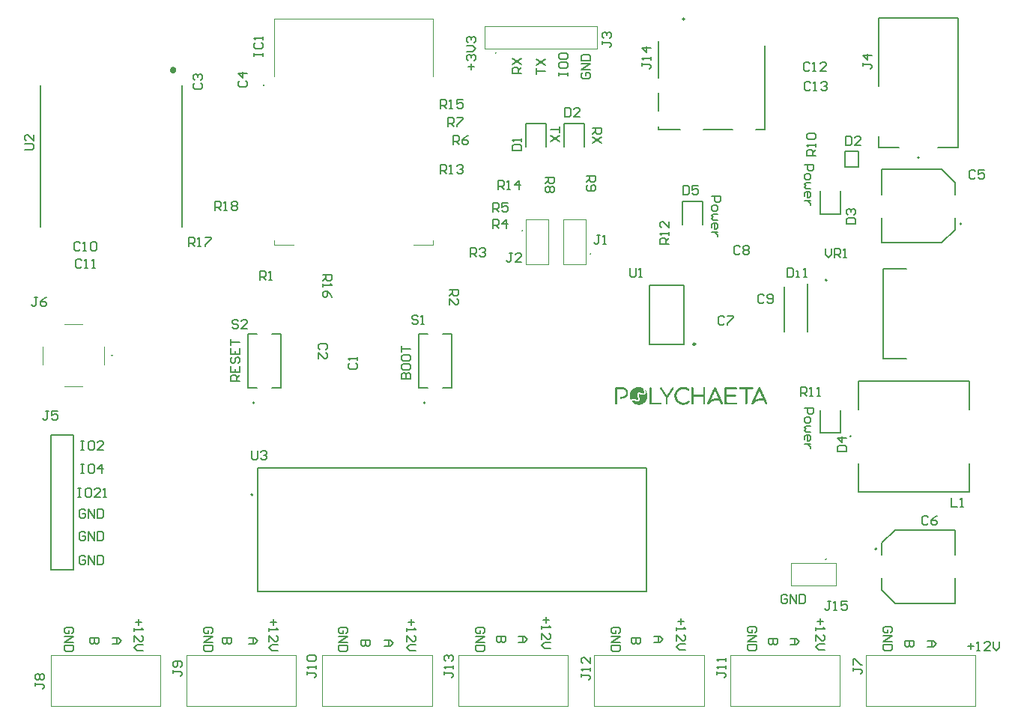
<source format=gto>
G04*
G04 #@! TF.GenerationSoftware,Altium Limited,Altium Designer,22.5.1 (42)*
G04*
G04 Layer_Color=65535*
%FSLAX44Y44*%
%MOMM*%
G71*
G04*
G04 #@! TF.SameCoordinates,9DAFF6D1-3FFA-4798-8E4B-9BBE38542115*
G04*
G04*
G04 #@! TF.FilePolarity,Positive*
G04*
G01*
G75*
%ADD10C,0.2000*%
%ADD11C,0.1524*%
%ADD12C,0.1000*%
%ADD13C,0.2500*%
%ADD14C,0.1270*%
%ADD15C,0.1530*%
G36*
X178200Y740500D02*
X174278D01*
Y745615D01*
X178200D01*
Y740500D01*
D02*
G37*
G36*
X703799Y384462D02*
X704985D01*
Y384225D01*
X705697D01*
Y383987D01*
X706408D01*
Y383750D01*
X706883D01*
Y383513D01*
X707358D01*
Y383275D01*
X707595D01*
Y381852D01*
X707832D01*
Y381140D01*
X708069D01*
Y380428D01*
X708307D01*
Y379716D01*
X708544D01*
Y378767D01*
X708781D01*
Y378055D01*
X708544D01*
Y377581D01*
X708069D01*
Y377344D01*
X707120D01*
Y377581D01*
X706171D01*
Y377818D01*
X705459D01*
Y378055D01*
X704748D01*
Y378293D01*
X701900D01*
Y378055D01*
X701663D01*
Y377818D01*
X701426D01*
Y377581D01*
X701189D01*
Y377344D01*
X700951D01*
Y376869D01*
X700714D01*
Y374496D01*
X700951D01*
Y373785D01*
X701189D01*
Y373073D01*
X701426D01*
Y372361D01*
X701663D01*
Y370463D01*
X701189D01*
Y370225D01*
X700002D01*
Y370463D01*
X699053D01*
Y370700D01*
X698578D01*
Y370937D01*
X697629D01*
Y371175D01*
X695257D01*
Y370937D01*
X694782D01*
Y370700D01*
X694545D01*
Y370463D01*
X694308D01*
Y370225D01*
X694070D01*
Y369988D01*
X693833D01*
Y369514D01*
X693596D01*
Y369751D01*
X693359D01*
Y370225D01*
X693121D01*
Y370700D01*
X692884D01*
Y371412D01*
X692647D01*
Y372361D01*
X692410D01*
Y376632D01*
X692647D01*
Y377581D01*
X692884D01*
Y378293D01*
X693121D01*
Y378767D01*
X693359D01*
Y379479D01*
X693596D01*
Y379716D01*
X693833D01*
Y380191D01*
X694070D01*
Y380428D01*
X694308D01*
Y380903D01*
X694545D01*
Y381140D01*
X694782D01*
Y381377D01*
X695020D01*
Y381614D01*
X695257D01*
Y381852D01*
X695494D01*
Y382089D01*
X695731D01*
Y382326D01*
X695968D01*
Y382564D01*
X696206D01*
Y382801D01*
X696680D01*
Y383038D01*
X696918D01*
Y383275D01*
X697392D01*
Y383513D01*
X697867D01*
Y383750D01*
X698341D01*
Y383987D01*
X699053D01*
Y384225D01*
X699528D01*
Y384462D01*
X700951D01*
Y384699D01*
X703799D01*
Y384462D01*
D02*
G37*
G36*
X709968Y380903D02*
X710205D01*
Y380665D01*
X710442D01*
Y380191D01*
X710679D01*
Y379954D01*
X710917D01*
Y379716D01*
X711154D01*
Y379005D01*
X711391D01*
Y378767D01*
X711628D01*
Y378055D01*
X711866D01*
Y377581D01*
X712103D01*
Y376632D01*
X712340D01*
Y372361D01*
X712103D01*
Y371649D01*
X711866D01*
Y370937D01*
X711628D01*
Y370463D01*
X711391D01*
Y369988D01*
X711154D01*
Y369514D01*
X710917D01*
Y369039D01*
X710679D01*
Y368802D01*
X710442D01*
Y368565D01*
X710205D01*
Y368327D01*
X709968D01*
Y367853D01*
X709730D01*
Y367616D01*
X709493D01*
Y367378D01*
X709256D01*
Y367141D01*
X709018D01*
Y366904D01*
X708781D01*
Y366666D01*
X708307D01*
Y366429D01*
X708069D01*
Y366192D01*
X707595D01*
Y365955D01*
X707358D01*
Y365717D01*
X706646D01*
Y365480D01*
X706171D01*
Y365243D01*
X705697D01*
Y365005D01*
X704748D01*
Y364768D01*
X704036D01*
Y364531D01*
X700951D01*
Y364768D01*
X699765D01*
Y365005D01*
X699053D01*
Y365243D01*
X698578D01*
Y365480D01*
X698104D01*
Y365717D01*
X697629D01*
Y365955D01*
X697155D01*
Y366192D01*
X696680D01*
Y366429D01*
X696443D01*
Y366666D01*
X696206D01*
Y366904D01*
X695968D01*
Y367141D01*
X695731D01*
Y367616D01*
X695494D01*
Y369276D01*
X695731D01*
Y369514D01*
X696918D01*
Y369276D01*
X697629D01*
Y369039D01*
X698578D01*
Y368802D01*
X699528D01*
Y368565D01*
X701900D01*
Y368802D01*
X702375D01*
Y369039D01*
X702612D01*
Y369276D01*
X702849D01*
Y369514D01*
X703087D01*
Y369751D01*
X703324D01*
Y370463D01*
X703561D01*
Y372124D01*
X703324D01*
Y373073D01*
X703087D01*
Y373547D01*
X702849D01*
Y374259D01*
X702612D01*
Y374496D01*
Y374734D01*
Y375208D01*
X702375D01*
Y376395D01*
X702849D01*
Y376632D01*
X703799D01*
Y376395D01*
X704985D01*
Y376157D01*
X705697D01*
Y375920D01*
X706646D01*
Y375683D01*
X708544D01*
Y375920D01*
X709256D01*
Y376157D01*
X709493D01*
Y376395D01*
X709730D01*
Y376632D01*
X709968D01*
Y376869D01*
X710205D01*
Y377581D01*
X710442D01*
Y379242D01*
X710205D01*
Y380191D01*
X709968D01*
Y380665D01*
X709730D01*
Y381140D01*
X709968D01*
Y380903D01*
D02*
G37*
G36*
X741525Y383987D02*
X741762D01*
Y383750D01*
X741999D01*
Y383275D01*
X742236D01*
Y382801D01*
X741999D01*
Y382326D01*
X741762D01*
Y382089D01*
X741525D01*
Y381614D01*
X741287D01*
Y381377D01*
X741050D01*
Y380903D01*
X740813D01*
Y380665D01*
X740576D01*
Y380191D01*
X740338D01*
Y379954D01*
X740101D01*
Y379479D01*
X739864D01*
Y379242D01*
X739626D01*
Y378767D01*
X739389D01*
Y378530D01*
X739152D01*
Y378055D01*
X738915D01*
Y377581D01*
X738677D01*
Y377344D01*
X738440D01*
Y377106D01*
X738203D01*
Y376632D01*
X737966D01*
Y376395D01*
X737728D01*
Y375920D01*
X737491D01*
Y375683D01*
X737254D01*
Y375208D01*
X737017D01*
Y374971D01*
X736779D01*
Y374496D01*
X736542D01*
Y374259D01*
X736305D01*
Y373785D01*
X736067D01*
Y373547D01*
X735830D01*
Y373073D01*
X735593D01*
Y372836D01*
X735356D01*
Y365480D01*
X735118D01*
Y365243D01*
X734881D01*
Y365005D01*
X733695D01*
Y365480D01*
X733457D01*
Y365717D01*
X733220D01*
Y373073D01*
X732983D01*
Y373310D01*
X732746D01*
Y373785D01*
X732508D01*
Y374259D01*
X732034D01*
Y374734D01*
X731796D01*
Y374971D01*
X731559D01*
Y375446D01*
X731322D01*
Y375683D01*
X731085D01*
Y376157D01*
X730847D01*
Y376632D01*
X730610D01*
Y376869D01*
X730373D01*
Y377344D01*
X730136D01*
Y377581D01*
X729898D01*
Y378055D01*
X729661D01*
Y378293D01*
X729424D01*
Y378767D01*
X729187D01*
Y379242D01*
X728949D01*
Y379479D01*
X728712D01*
Y379954D01*
X728475D01*
Y380191D01*
X728238D01*
Y380428D01*
X728000D01*
Y380903D01*
X727763D01*
Y381140D01*
X727526D01*
Y381614D01*
X727288D01*
Y381852D01*
X727051D01*
Y382326D01*
X726814D01*
Y382801D01*
X726577D01*
Y383275D01*
X726814D01*
Y383750D01*
X727051D01*
Y383987D01*
X727288D01*
Y384225D01*
X728000D01*
Y383987D01*
X728475D01*
Y383513D01*
X728712D01*
Y383275D01*
X728949D01*
Y382801D01*
X729187D01*
Y382564D01*
X729424D01*
Y382326D01*
X729661D01*
Y381852D01*
X729898D01*
Y381614D01*
X730136D01*
Y381140D01*
X730373D01*
Y380903D01*
X730610D01*
Y380428D01*
X730847D01*
Y380191D01*
X731085D01*
Y379716D01*
X731322D01*
Y379479D01*
X731559D01*
Y379005D01*
X731796D01*
Y378767D01*
X732034D01*
Y378293D01*
X732271D01*
Y378055D01*
Y377818D01*
X732508D01*
Y377581D01*
X732746D01*
Y377106D01*
X732983D01*
Y376869D01*
X733220D01*
Y376395D01*
X733457D01*
Y376157D01*
X733695D01*
Y375683D01*
X733932D01*
Y375446D01*
X734169D01*
Y375208D01*
X734644D01*
Y375683D01*
X734881D01*
Y375920D01*
X735118D01*
Y376395D01*
X735356D01*
Y376632D01*
X735593D01*
Y377106D01*
X735830D01*
Y377344D01*
X736067D01*
Y377818D01*
X736305D01*
Y378055D01*
X736542D01*
Y378530D01*
X736779D01*
Y378767D01*
X737017D01*
Y379005D01*
X737254D01*
Y379479D01*
X737491D01*
Y379716D01*
X737728D01*
Y380191D01*
X737966D01*
Y380665D01*
X738203D01*
Y380903D01*
X738440D01*
Y381377D01*
X738677D01*
Y381614D01*
X738915D01*
Y382089D01*
X739152D01*
Y382326D01*
X739389D01*
Y382564D01*
X739626D01*
Y383038D01*
X739864D01*
Y383275D01*
X740101D01*
Y383750D01*
X740338D01*
Y383987D01*
X740576D01*
Y384225D01*
X741525D01*
Y383987D01*
D02*
G37*
G36*
X685529D02*
X686240D01*
Y383750D01*
X686952D01*
Y383513D01*
X687189D01*
Y383275D01*
X687901D01*
Y383038D01*
X688139D01*
Y382801D01*
X688376D01*
Y382564D01*
X688613D01*
Y382326D01*
X688850D01*
Y382089D01*
X689088D01*
Y381614D01*
X689325D01*
Y381377D01*
X689562D01*
Y380903D01*
X689799D01*
Y380428D01*
X690037D01*
Y379716D01*
X690274D01*
Y376157D01*
X690037D01*
Y375208D01*
X689799D01*
Y374734D01*
X689562D01*
Y374259D01*
X689325D01*
Y374022D01*
X689088D01*
Y373785D01*
X688850D01*
Y373547D01*
X688613D01*
Y373310D01*
X688376D01*
Y373073D01*
X688139D01*
Y372836D01*
X687664D01*
Y372598D01*
X687189D01*
Y372361D01*
X686715D01*
Y372124D01*
X686240D01*
Y371886D01*
X685054D01*
Y371649D01*
X683393D01*
Y371412D01*
X681970D01*
Y371649D01*
X681732D01*
Y371886D01*
X681258D01*
Y373073D01*
X681495D01*
Y373310D01*
X681732D01*
Y373547D01*
X681970D01*
Y373785D01*
X684579D01*
Y374022D01*
X685529D01*
Y374259D01*
X686240D01*
Y374496D01*
X686715D01*
Y374734D01*
X686952D01*
Y374971D01*
X687189D01*
Y375208D01*
X687427D01*
Y375446D01*
X687664D01*
Y375920D01*
X687901D01*
Y376395D01*
X688139D01*
Y377344D01*
X688376D01*
Y377581D01*
X688139D01*
Y379242D01*
X687901D01*
Y379954D01*
X687664D01*
Y380428D01*
X687427D01*
Y380665D01*
X687189D01*
Y380903D01*
X686952D01*
Y381140D01*
X686715D01*
Y381377D01*
X686240D01*
Y381614D01*
X686003D01*
Y381852D01*
X685766D01*
Y381614D01*
X685529D01*
Y381852D01*
X683868D01*
Y382089D01*
X679122D01*
Y381852D01*
X678885D01*
Y382089D01*
X678410D01*
Y381852D01*
X678173D01*
Y365480D01*
X677936D01*
Y365243D01*
X677699D01*
Y365005D01*
X676512D01*
Y365243D01*
X676275D01*
Y365480D01*
X676038D01*
Y383513D01*
X676275D01*
Y383750D01*
X676512D01*
Y383987D01*
X676749D01*
Y384225D01*
X685529D01*
Y383987D01*
D02*
G37*
G36*
X716137D02*
X716611D01*
Y383750D01*
X716848D01*
Y368090D01*
X717086D01*
Y367616D01*
X716848D01*
Y367378D01*
X717086D01*
Y367141D01*
X727051D01*
Y366904D01*
X727288D01*
Y366666D01*
X727526D01*
Y366429D01*
X727763D01*
Y365480D01*
X727526D01*
Y365243D01*
X727288D01*
Y365005D01*
X715188D01*
Y365243D01*
X714950D01*
Y365717D01*
X714713D01*
Y365955D01*
X714950D01*
Y366192D01*
X714713D01*
Y383513D01*
X714950D01*
Y383750D01*
X715188D01*
Y383987D01*
X715425D01*
Y384225D01*
X716137D01*
Y383987D01*
D02*
G37*
G36*
X758134Y380428D02*
Y380665D01*
X757422D01*
Y380903D01*
X757185D01*
Y381140D01*
X756710D01*
Y381377D01*
X756236D01*
Y381614D01*
X755761D01*
Y381852D01*
X755049D01*
Y382089D01*
X753625D01*
Y382326D01*
X752439D01*
Y382089D01*
X751015D01*
Y381852D01*
X750304D01*
Y381614D01*
X749829D01*
Y381377D01*
X749355D01*
Y381140D01*
X748880D01*
Y380903D01*
X748643D01*
Y380665D01*
X748168D01*
Y380428D01*
X747931D01*
Y380191D01*
X747694D01*
Y379954D01*
X747457D01*
Y379716D01*
X747219D01*
Y379479D01*
X746982D01*
Y379242D01*
X746745D01*
Y378767D01*
X746507D01*
Y378530D01*
X746270D01*
Y378055D01*
X746033D01*
Y377581D01*
X745796D01*
Y376869D01*
X745558D01*
Y375920D01*
X745321D01*
Y373310D01*
X745558D01*
Y372361D01*
X745796D01*
Y371649D01*
X746033D01*
Y371175D01*
X746270D01*
Y370700D01*
X746507D01*
Y370463D01*
X746745D01*
Y369988D01*
X746982D01*
Y369751D01*
X747219D01*
Y369514D01*
X747457D01*
Y369276D01*
X747694D01*
Y369039D01*
X747931D01*
Y368802D01*
X748168D01*
Y368565D01*
X748406D01*
Y368327D01*
X748880D01*
Y368090D01*
X749117D01*
Y367853D01*
X749592D01*
Y367616D01*
X750304D01*
Y367378D01*
X750778D01*
Y367141D01*
X751965D01*
Y366904D01*
X754100D01*
Y367141D01*
X755286D01*
Y367378D01*
X755998D01*
Y367616D01*
X756473D01*
Y367853D01*
X756710D01*
Y368090D01*
X757185D01*
Y368327D01*
X757422D01*
Y368565D01*
X757896D01*
Y368802D01*
X758371D01*
Y369039D01*
X759083D01*
Y368802D01*
X759557D01*
Y368565D01*
X759795D01*
Y368090D01*
X760032D01*
Y367378D01*
X759795D01*
Y366904D01*
X759557D01*
Y366666D01*
X759083D01*
Y366429D01*
X758846D01*
Y366192D01*
X758608D01*
Y365955D01*
X758134D01*
Y365717D01*
X757659D01*
Y365480D01*
X757185D01*
Y365243D01*
X756473D01*
Y365005D01*
X755998D01*
Y364768D01*
X754812D01*
Y364531D01*
X751253D01*
Y364768D01*
X750066D01*
Y365005D01*
X749355D01*
Y365243D01*
X748880D01*
Y365480D01*
X748406D01*
Y365717D01*
X747931D01*
Y365955D01*
X747457D01*
Y366192D01*
X747219D01*
Y366429D01*
X746745D01*
Y366666D01*
X746507D01*
Y366904D01*
X746270D01*
Y367141D01*
X746033D01*
Y367378D01*
X745796D01*
Y367616D01*
X745558D01*
Y367853D01*
X745321D01*
Y368090D01*
X745084D01*
Y368327D01*
X744846D01*
Y368802D01*
X744609D01*
Y369039D01*
X744372D01*
Y369514D01*
X744135D01*
Y369751D01*
X743897D01*
Y370225D01*
X743660D01*
Y370937D01*
X743423D01*
Y371412D01*
X743186D01*
Y372361D01*
X742948D01*
Y373785D01*
X742711D01*
Y375683D01*
X742948D01*
Y376869D01*
X743186D01*
Y377818D01*
X743423D01*
Y378293D01*
X743660D01*
Y379005D01*
X743897D01*
Y379479D01*
X744135D01*
Y379716D01*
X744372D01*
Y380191D01*
X744609D01*
Y380428D01*
X744846D01*
Y380903D01*
X745084D01*
Y381140D01*
X745321D01*
Y381377D01*
X745558D01*
Y381614D01*
X745796D01*
Y381852D01*
X746033D01*
Y382089D01*
X746270D01*
Y382326D01*
X746507D01*
Y382564D01*
X746982D01*
Y382801D01*
X747219D01*
Y383038D01*
X747694D01*
Y383275D01*
X747931D01*
Y383513D01*
X748406D01*
Y383750D01*
X748880D01*
Y383987D01*
X749592D01*
Y384225D01*
X750304D01*
Y384462D01*
X751253D01*
Y384699D01*
X754812D01*
Y384462D01*
X755998D01*
Y384225D01*
X756710D01*
Y383987D01*
X757185D01*
Y383750D01*
X757659D01*
Y383513D01*
X758134D01*
Y383275D01*
X758608D01*
Y383038D01*
X758846D01*
Y382801D01*
X759083D01*
Y382564D01*
X759320D01*
Y382326D01*
X759557D01*
Y380903D01*
X759320D01*
Y380665D01*
X758846D01*
Y380428D01*
X758371D01*
X758134D01*
D02*
G37*
G36*
X761930Y376869D02*
Y383750D01*
X762167D01*
Y383987D01*
X762405D01*
Y384225D01*
X763116D01*
Y384462D01*
X763354D01*
Y384225D01*
X763828D01*
Y383987D01*
X764065D01*
Y383750D01*
X764303D01*
Y383513D01*
X764540D01*
Y375920D01*
X774980D01*
Y376157D01*
X775217D01*
Y383750D01*
X775454D01*
Y383987D01*
X775692D01*
Y384225D01*
X776404D01*
Y384462D01*
X776641D01*
Y384225D01*
X777115D01*
Y383987D01*
X777353D01*
Y383750D01*
X777590D01*
Y365480D01*
X777353D01*
Y365005D01*
X776878D01*
Y364768D01*
X775929D01*
Y365005D01*
X775454D01*
Y365480D01*
X775217D01*
Y373547D01*
X764540D01*
Y365717D01*
X764303D01*
Y365243D01*
X764065D01*
Y365005D01*
X763828D01*
Y364768D01*
X762642D01*
Y365005D01*
X762405D01*
Y365243D01*
X762167D01*
Y365480D01*
X761930D01*
Y376632D01*
Y376869D01*
D02*
G37*
G36*
X789454Y383987D02*
X789691D01*
Y383750D01*
X789928D01*
Y383275D01*
X790165D01*
Y382564D01*
X790403D01*
Y382089D01*
X790640D01*
Y381614D01*
X790877D01*
Y381140D01*
X791114D01*
Y380665D01*
X791352D01*
Y379954D01*
X791589D01*
Y379479D01*
X791826D01*
Y379005D01*
X792064D01*
Y378530D01*
X792301D01*
Y378055D01*
X792538D01*
Y377344D01*
X792775D01*
Y376869D01*
X793013D01*
Y376395D01*
X793250D01*
Y375920D01*
X793487D01*
Y375446D01*
X793724D01*
Y374971D01*
X793962D01*
Y374259D01*
X794199D01*
Y373785D01*
X794436D01*
Y373310D01*
X794673D01*
Y372836D01*
X794911D01*
Y372361D01*
X795148D01*
Y371649D01*
X795385D01*
Y371175D01*
X795623D01*
Y370700D01*
X795860D01*
Y370225D01*
X796097D01*
Y369514D01*
X796334D01*
Y369039D01*
X796572D01*
Y368565D01*
X796809D01*
Y368090D01*
X797046D01*
Y367378D01*
X797283D01*
Y366904D01*
X797521D01*
Y366429D01*
X797758D01*
Y365717D01*
X797521D01*
Y365243D01*
X797283D01*
Y365005D01*
X797046D01*
Y364768D01*
X795860D01*
Y365005D01*
X795623D01*
Y365243D01*
X795385D01*
Y365480D01*
X795148D01*
Y366192D01*
X794911D01*
Y366666D01*
X794673D01*
Y367141D01*
X794436D01*
Y367616D01*
X794199D01*
Y368090D01*
X793962D01*
Y368802D01*
X793724D01*
Y369276D01*
X793013D01*
Y369514D01*
X788979D01*
Y369276D01*
X787793D01*
Y369039D01*
X787318D01*
Y368802D01*
X786606D01*
Y368565D01*
X786132D01*
Y368327D01*
X785657D01*
Y368090D01*
X785183D01*
Y367853D01*
X784708D01*
Y367616D01*
X784471D01*
Y367378D01*
X783996D01*
Y367141D01*
X783759D01*
Y366904D01*
X783522D01*
Y366666D01*
X783047D01*
Y366429D01*
X782810D01*
Y366192D01*
X782573D01*
Y365955D01*
X782335D01*
Y365717D01*
X782098D01*
Y365480D01*
X781624D01*
Y365243D01*
X781386D01*
Y365005D01*
X781149D01*
Y364768D01*
X779963D01*
Y365005D01*
X779725D01*
Y365243D01*
X779488D01*
Y366429D01*
X779725D01*
Y366904D01*
X779963D01*
Y367378D01*
X780200D01*
Y367853D01*
X780437D01*
Y368327D01*
X780675D01*
Y368802D01*
X780912D01*
Y369514D01*
X781149D01*
Y369988D01*
X781386D01*
Y370463D01*
X781624D01*
Y370937D01*
X781861D01*
Y371412D01*
X782098D01*
Y371886D01*
X782335D01*
Y372361D01*
X782573D01*
Y373073D01*
X782810D01*
Y373547D01*
X783047D01*
Y374022D01*
X783285D01*
Y374496D01*
X783522D01*
Y375208D01*
X783759D01*
Y375683D01*
X783996D01*
Y376157D01*
X784233D01*
Y376632D01*
X784471D01*
Y377106D01*
X784708D01*
Y377581D01*
X784945D01*
Y378293D01*
X785183D01*
Y378767D01*
X785420D01*
Y379242D01*
X785657D01*
Y379716D01*
X785894D01*
Y380191D01*
X786132D01*
Y380903D01*
X786369D01*
Y381377D01*
X786606D01*
Y381852D01*
X786843D01*
Y382326D01*
X787081D01*
Y382801D01*
X787318D01*
Y383275D01*
X787555D01*
Y383750D01*
X787793D01*
Y383987D01*
X788030D01*
Y384225D01*
X789454D01*
Y383987D01*
D02*
G37*
G36*
X812469Y384225D02*
X813181D01*
Y383987D01*
X813418D01*
Y383750D01*
X813655D01*
Y382564D01*
X813418D01*
Y382089D01*
X812943D01*
Y381852D01*
X802029D01*
Y375920D01*
X811520D01*
Y375683D01*
X811994D01*
Y375446D01*
X812232D01*
Y375208D01*
X812469D01*
Y374022D01*
X812232D01*
Y373785D01*
X811994D01*
Y373547D01*
X811757D01*
Y373310D01*
X802029D01*
Y367378D01*
X802266D01*
Y367141D01*
X813418D01*
Y366904D01*
X813655D01*
Y366666D01*
X813893D01*
Y365243D01*
X813655D01*
Y365005D01*
X813181D01*
Y364768D01*
X800368D01*
Y365005D01*
X799893D01*
Y365243D01*
X799656D01*
Y365955D01*
X799419D01*
Y383275D01*
X799656D01*
Y383750D01*
X799893D01*
Y383987D01*
X800131D01*
Y384225D01*
X800605D01*
Y384462D01*
X800843D01*
Y384225D01*
X801317D01*
Y384462D01*
X812469D01*
Y384225D01*
D02*
G37*
G36*
X839518Y383987D02*
X839992D01*
Y383513D01*
X840230D01*
Y383038D01*
X840467D01*
Y382564D01*
X840704D01*
Y382089D01*
X840941D01*
Y381377D01*
X841179D01*
Y380903D01*
X841416D01*
Y380428D01*
X841653D01*
Y379954D01*
X841890D01*
Y379242D01*
X842128D01*
Y378767D01*
X842365D01*
Y378293D01*
X842602D01*
Y377818D01*
X842840D01*
Y377106D01*
X843077D01*
Y376632D01*
X843314D01*
Y376157D01*
X843551D01*
Y375683D01*
X843789D01*
Y375208D01*
X844026D01*
Y374734D01*
X844263D01*
Y374022D01*
X844501D01*
Y373547D01*
X844738D01*
Y373073D01*
X844975D01*
Y372598D01*
X845212D01*
Y372124D01*
X845450D01*
Y371412D01*
X845687D01*
Y370937D01*
X845924D01*
Y370463D01*
X846161D01*
Y369988D01*
X846399D01*
Y369514D01*
X846636D01*
Y368802D01*
X846873D01*
Y368327D01*
X847111D01*
Y367853D01*
X847348D01*
Y367378D01*
X847585D01*
Y366904D01*
X847822D01*
Y365243D01*
X847585D01*
Y365005D01*
X847111D01*
Y364768D01*
X846161D01*
Y365005D01*
X845687D01*
Y365480D01*
X845450D01*
Y365717D01*
X845212D01*
Y366429D01*
X844975D01*
Y366904D01*
X844738D01*
Y367378D01*
X844501D01*
Y367853D01*
X844263D01*
Y368565D01*
X844026D01*
Y369039D01*
X843789D01*
Y369276D01*
X843314D01*
Y369514D01*
X839280D01*
Y369276D01*
X838094D01*
Y369039D01*
X837382D01*
Y368802D01*
X836671D01*
Y368565D01*
X836196D01*
Y368327D01*
X835722D01*
Y368090D01*
X835247D01*
Y367853D01*
X835010D01*
Y367616D01*
X834535D01*
Y367378D01*
X834298D01*
Y367141D01*
X833823D01*
Y366904D01*
X833586D01*
Y366666D01*
X833349D01*
Y366429D01*
X833111D01*
Y366192D01*
X832637D01*
Y365955D01*
X832400D01*
Y365717D01*
X832162D01*
Y365480D01*
X831925D01*
Y365243D01*
X831688D01*
Y365005D01*
X831451D01*
Y364768D01*
X830264D01*
Y365005D01*
X830027D01*
Y365243D01*
X829790D01*
Y366666D01*
X830027D01*
Y367141D01*
X830264D01*
Y367616D01*
X830501D01*
Y368090D01*
X830739D01*
Y368565D01*
X830976D01*
Y369039D01*
X831213D01*
Y369514D01*
X831451D01*
Y369988D01*
X831688D01*
Y370700D01*
X831925D01*
Y371175D01*
X832162D01*
Y371649D01*
X832400D01*
Y372124D01*
X832637D01*
Y372598D01*
X832874D01*
Y373073D01*
X833111D01*
Y373785D01*
X833349D01*
Y374259D01*
X833586D01*
Y374734D01*
X833823D01*
Y375208D01*
X834061D01*
Y375683D01*
X834298D01*
Y376395D01*
X834535D01*
Y376869D01*
X834772D01*
Y377344D01*
X835010D01*
Y377818D01*
X835247D01*
Y378293D01*
X835484D01*
Y379005D01*
X835722D01*
Y379479D01*
X835959D01*
Y379954D01*
X836196D01*
Y380428D01*
X836433D01*
Y380903D01*
X836671D01*
Y381614D01*
X836908D01*
Y382089D01*
X837145D01*
Y382564D01*
X837382D01*
Y383038D01*
X837620D01*
Y383513D01*
X837857D01*
Y383987D01*
X838331D01*
Y384225D01*
X839518D01*
Y383987D01*
D02*
G37*
G36*
X830739Y384225D02*
X831213D01*
Y383987D01*
X831451D01*
Y383750D01*
X831688D01*
Y383513D01*
X831925D01*
Y382564D01*
X831688D01*
Y382326D01*
X831451D01*
Y382089D01*
X831213D01*
Y381852D01*
X825282D01*
Y365955D01*
X825044D01*
Y365243D01*
X824807D01*
Y365005D01*
X824332D01*
Y364768D01*
X823383D01*
Y365005D01*
X822909D01*
Y365480D01*
X822672D01*
Y381852D01*
X816740D01*
Y382089D01*
X816265D01*
Y382326D01*
X816028D01*
Y383750D01*
X816265D01*
Y383987D01*
X816503D01*
Y384225D01*
X817214D01*
Y384462D01*
X830739D01*
Y384225D01*
D02*
G37*
%LPC*%
G36*
X788979Y379716D02*
X788504D01*
Y379479D01*
X788267D01*
Y378767D01*
X788030D01*
Y378293D01*
X787793D01*
Y377818D01*
X787555D01*
Y377344D01*
X787318D01*
Y376869D01*
X787081D01*
Y376395D01*
X786843D01*
Y375920D01*
X786606D01*
Y375208D01*
X786369D01*
Y374971D01*
X786132D01*
Y374259D01*
X785894D01*
Y373785D01*
X785657D01*
Y373310D01*
X785420D01*
Y372836D01*
X785183D01*
Y372361D01*
X784945D01*
Y371886D01*
X784708D01*
Y371649D01*
Y371412D01*
X784471D01*
Y370700D01*
X784233D01*
Y370225D01*
X784708D01*
Y370463D01*
X785183D01*
Y370700D01*
X785657D01*
Y370937D01*
X786369D01*
Y371175D01*
X787081D01*
Y371412D01*
X787793D01*
Y371649D01*
X788979D01*
Y371886D01*
X792301D01*
Y372361D01*
X792064D01*
Y372836D01*
X791826D01*
Y373547D01*
X791589D01*
Y374022D01*
X791352D01*
Y374496D01*
X791114D01*
Y374971D01*
X790877D01*
Y375446D01*
X790640D01*
Y376157D01*
X790403D01*
Y376632D01*
X790165D01*
Y377106D01*
X789928D01*
Y377581D01*
X789691D01*
Y378293D01*
X789454D01*
Y378767D01*
X789216D01*
Y379242D01*
X788979D01*
Y379716D01*
D02*
G37*
G36*
X839043D02*
X838806D01*
Y379479D01*
X838569D01*
Y379005D01*
X838331D01*
Y378530D01*
X838094D01*
Y378055D01*
X837857D01*
Y377581D01*
X837620D01*
Y377106D01*
X837382D01*
Y376632D01*
X837145D01*
Y376157D01*
X836908D01*
Y375683D01*
X836671D01*
Y374971D01*
X836433D01*
Y374496D01*
X836196D01*
Y374259D01*
Y374022D01*
X835959D01*
Y373547D01*
X835722D01*
Y373073D01*
X835484D01*
Y372598D01*
X835247D01*
Y372124D01*
X835010D01*
Y371649D01*
X834772D01*
Y370937D01*
X834535D01*
Y370463D01*
X834298D01*
Y369988D01*
X834535D01*
Y370225D01*
X835010D01*
Y370463D01*
X835484D01*
Y370700D01*
X835959D01*
Y370937D01*
X836671D01*
Y371175D01*
X837145D01*
Y371412D01*
X838094D01*
Y371649D01*
X839280D01*
Y371886D01*
X842602D01*
Y372124D01*
X842365D01*
Y372598D01*
X842128D01*
Y373310D01*
X841890D01*
Y373785D01*
X841653D01*
Y374259D01*
X841416D01*
Y374734D01*
X841179D01*
Y375446D01*
X840941D01*
Y375920D01*
X840704D01*
Y376395D01*
X840467D01*
Y376869D01*
X840230D01*
Y377344D01*
X839992D01*
Y378055D01*
X839755D01*
Y378530D01*
X839518D01*
Y379005D01*
X839280D01*
Y379479D01*
X839043D01*
Y379716D01*
D02*
G37*
%LPD*%
D10*
X461340Y366820D02*
G03*
X461340Y366820I-1000J0D01*
G01*
X278270Y725710D02*
G03*
X279270Y725710I500J0D01*
G01*
D02*
G03*
X278270Y725710I-500J0D01*
G01*
D02*
G03*
X279270Y725710I500J0D01*
G01*
X915250Y505360D02*
G03*
X915250Y505360I-1000J0D01*
G01*
X1067540Y569280D02*
G03*
X1067540Y569280I-1000J0D01*
G01*
X1019540Y644080D02*
G03*
X1019540Y644080I-1000J0D01*
G01*
X754180Y800800D02*
G03*
X754180Y800800I-1000J0D01*
G01*
X541020Y762280D02*
G03*
X541020Y762280I-500J0D01*
G01*
X571010Y561840D02*
G03*
X571010Y561840I-500J0D01*
G01*
X647920Y535440D02*
G03*
X647920Y535440I-500J0D01*
G01*
X971540Y201610D02*
G03*
X971540Y201610I-1000J0D01*
G01*
X914130Y190220D02*
G03*
X914130Y190220I-500J0D01*
G01*
X179116Y743000D02*
G03*
X179116Y743000I-2916J0D01*
G01*
X268300Y366820D02*
G03*
X268300Y366820I-1000J0D01*
G01*
X266170Y262920D02*
G03*
X266170Y262920I-1000J0D01*
G01*
X106500Y420370D02*
G03*
X107500Y420370I500J0D01*
G01*
D02*
G03*
X106500Y420370I-500J0D01*
G01*
D02*
G03*
X107500Y420370I500J0D01*
G01*
X866610Y446920D02*
Y497960D01*
X893610Y446920D02*
Y501690D01*
X930910Y580390D02*
Y606170D01*
X908050Y580390D02*
X930910D01*
X908050D02*
Y606170D01*
X598170Y656590D02*
Y682370D01*
X575310D02*
X598170D01*
X575310Y656590D02*
Y682370D01*
X908050Y332740D02*
Y358520D01*
Y332740D02*
X930910D01*
Y358520D01*
X186200Y565500D02*
Y725500D01*
X26200Y565500D02*
Y725500D01*
X751840Y568580D02*
Y594360D01*
X774700D01*
Y568580D02*
Y594360D01*
X618490Y656590D02*
Y682370D01*
X641350D01*
Y656590D02*
Y682370D01*
X38100Y330200D02*
X63500D01*
X38100Y177800D02*
Y330200D01*
Y177800D02*
X63500D01*
Y330200D01*
X714560Y499590D02*
X753560D01*
X714560Y432590D02*
X753560D01*
X714560D02*
Y499590D01*
X753560Y432590D02*
Y499590D01*
D11*
X942594Y328930D02*
G03*
X941070Y328930I-762J0D01*
G01*
D02*
G03*
X942594Y328930I762J0D01*
G01*
X1076198Y359410D02*
Y391668D01*
X950722Y266192D02*
Y298450D01*
Y359410D02*
Y391668D01*
X1076198D01*
Y266192D02*
Y298450D01*
X950722Y266192D02*
X1076198D01*
X935990Y633170D02*
X951230D01*
Y650950D01*
X935990D02*
X951230D01*
X935990Y633170D02*
Y650950D01*
D12*
X50800Y336500D02*
G03*
X50800Y335500I0J-500D01*
G01*
D02*
G03*
X50800Y336500I0J500D01*
G01*
X290270Y735710D02*
Y800710D01*
X470270D01*
Y735710D02*
Y800710D01*
X290270Y545710D02*
Y550710D01*
Y545710D02*
X312770D01*
X447770D02*
X470270D01*
Y550710D01*
X528320Y767080D02*
Y792480D01*
Y767080D02*
X655320D01*
Y792480D01*
X528320D02*
X655320D01*
X600710Y523240D02*
Y574040D01*
X575310Y523240D02*
X600710D01*
X575310D02*
Y574040D01*
X600710D01*
X617220Y523240D02*
Y574040D01*
X642620D01*
Y523240D02*
Y574040D01*
X617220Y523240D02*
X642620D01*
X875030Y160020D02*
X925830D01*
X875030D02*
Y185420D01*
X925830D01*
Y160020D02*
Y185420D01*
X1083280Y23570D02*
Y81070D01*
X959280D02*
X1083280D01*
X959280Y23570D02*
Y81070D01*
Y23570D02*
X1083280D01*
X929688D02*
Y81070D01*
X805688D02*
X929688D01*
X805688Y23570D02*
Y81070D01*
Y23570D02*
X929688D01*
X776097D02*
Y81070D01*
X652097D02*
X776097D01*
X652097Y23570D02*
Y81070D01*
Y23570D02*
X776097D01*
X468913D02*
Y81070D01*
X344913D02*
X468913D01*
X344913Y23570D02*
Y81070D01*
Y23570D02*
X468913D01*
X622505D02*
Y81070D01*
X498505D02*
X622505D01*
X498505Y23570D02*
Y81070D01*
Y23570D02*
X622505D01*
X315322D02*
Y81070D01*
X191322D02*
X315322D01*
X191322Y23570D02*
Y81070D01*
Y23570D02*
X315322D01*
X161730D02*
Y81070D01*
X37730D02*
X161730D01*
X37730Y23570D02*
Y81070D01*
Y23570D02*
X161730D01*
X53500Y455370D02*
X73500D01*
X53500D02*
X73500D01*
X53500Y385370D02*
X73500D01*
X53500D02*
X73500D01*
X28500Y410370D02*
Y430370D01*
Y410370D02*
Y430370D01*
X98500Y410370D02*
Y430370D01*
Y410370D02*
Y430370D01*
D13*
X766560Y433090D02*
G03*
X766560Y433090I-1250J0D01*
G01*
D14*
X453940Y383520D02*
X463940D01*
X453940D02*
Y444520D01*
X463940D01*
X480940Y383520D02*
X490940D01*
Y444520D01*
X480940D02*
X490940D01*
X978720Y416560D02*
X1005150D01*
X978720D02*
Y518160D01*
X1005150D01*
X977040Y602480D02*
Y630780D01*
Y547780D02*
Y576080D01*
X1060040Y602480D02*
Y615780D01*
Y562780D02*
Y576080D01*
X1045040Y547780D02*
X1060040Y562780D01*
X977040Y547780D02*
X1045040D01*
X977040Y630780D02*
X1045040D01*
X1060040Y615780D01*
X973540Y724980D02*
Y802080D01*
X1063540D01*
Y655880D02*
Y802080D01*
X973540Y655880D02*
X996340D01*
X1040740D02*
X1063540D01*
X973540D02*
Y668180D01*
X725110Y734290D02*
Y775790D01*
Y697290D02*
Y717290D01*
X775470Y675790D02*
X808990D01*
X725110D02*
Y679450D01*
Y675790D02*
X749300D01*
X844610D02*
Y770850D01*
X834890Y675790D02*
X844610D01*
X1060040Y140110D02*
Y168410D01*
Y194810D02*
Y223110D01*
X977040Y155110D02*
Y168410D01*
Y194810D02*
Y208110D01*
X992040Y223110D01*
X1060040D01*
X992040Y140110D02*
X1060040D01*
X977040Y155110D02*
X992040Y140110D01*
X287900Y444520D02*
X297900D01*
Y383520D02*
Y444520D01*
X287900Y383520D02*
X297900D01*
X260900Y444520D02*
X270900D01*
X260900Y383520D02*
Y444520D01*
Y383520D02*
X270900D01*
X271490Y153520D02*
Y293520D01*
Y153520D02*
X711490D01*
Y293520D01*
X271490D02*
X711490D01*
D15*
X251458Y391591D02*
X241302D01*
Y396669D01*
X242994Y398362D01*
X246380D01*
X248073Y396669D01*
Y391591D01*
Y394977D02*
X251458Y398362D01*
X241302Y408519D02*
Y401748D01*
X251458D01*
Y408519D01*
X246380Y401748D02*
Y405133D01*
X242994Y418676D02*
X241302Y416983D01*
Y413597D01*
X242994Y411904D01*
X244687D01*
X246380Y413597D01*
Y416983D01*
X248073Y418676D01*
X249766D01*
X251458Y416983D01*
Y413597D01*
X249766Y411904D01*
X241302Y428832D02*
Y422061D01*
X251458D01*
Y428832D01*
X246380Y422061D02*
Y425447D01*
X241302Y432218D02*
Y438989D01*
Y435603D01*
X251458D01*
X434342Y394129D02*
X444498D01*
Y399208D01*
X442806Y400900D01*
X441113D01*
X439420Y399208D01*
Y394129D01*
Y399208D01*
X437727Y400900D01*
X436034D01*
X434342Y399208D01*
Y394129D01*
Y409364D02*
Y405979D01*
X436034Y404286D01*
X442806D01*
X444498Y405979D01*
Y409364D01*
X442806Y411057D01*
X436034D01*
X434342Y409364D01*
Y419521D02*
Y416136D01*
X436034Y414443D01*
X442806D01*
X444498Y416136D01*
Y419521D01*
X442806Y421214D01*
X436034D01*
X434342Y419521D01*
Y424599D02*
Y431371D01*
Y427985D01*
X444498D01*
X784862Y600703D02*
X795018D01*
Y595624D01*
X793326Y593932D01*
X789940D01*
X788247Y595624D01*
Y600703D01*
X784862Y588853D02*
Y585467D01*
X786554Y583775D01*
X789940D01*
X791633Y585467D01*
Y588853D01*
X789940Y590546D01*
X786554D01*
X784862Y588853D01*
X791633Y580389D02*
X786554D01*
X784862Y578696D01*
X786554Y577004D01*
X784862Y575311D01*
X786554Y573618D01*
X791633D01*
X784862Y565154D02*
Y568540D01*
X786554Y570232D01*
X789940D01*
X791633Y568540D01*
Y565154D01*
X789940Y563461D01*
X788247D01*
Y570232D01*
X791633Y560076D02*
X784862D01*
X788247D01*
X789940Y558383D01*
X791633Y556690D01*
Y554997D01*
X890272Y360673D02*
X900428D01*
Y355594D01*
X898736Y353901D01*
X895350D01*
X893657Y355594D01*
Y360673D01*
X890272Y348823D02*
Y345438D01*
X891964Y343745D01*
X895350D01*
X897043Y345438D01*
Y348823D01*
X895350Y350516D01*
X891964D01*
X890272Y348823D01*
X897043Y340359D02*
X891964D01*
X890272Y338666D01*
X891964Y336974D01*
X890272Y335281D01*
X891964Y333588D01*
X897043D01*
X890272Y325124D02*
Y328510D01*
X891964Y330202D01*
X895350D01*
X897043Y328510D01*
Y325124D01*
X895350Y323431D01*
X893657D01*
Y330202D01*
X897043Y320046D02*
X890272D01*
X893657D01*
X895350Y318353D01*
X897043Y316660D01*
Y314967D01*
X890272Y636263D02*
X900428D01*
Y631184D01*
X898736Y629492D01*
X895350D01*
X893657Y631184D01*
Y636263D01*
X890272Y624413D02*
Y621027D01*
X891964Y619335D01*
X895350D01*
X897043Y621027D01*
Y624413D01*
X895350Y626106D01*
X891964D01*
X890272Y624413D01*
X897043Y615949D02*
X891964D01*
X890272Y614256D01*
X891964Y612564D01*
X890272Y610871D01*
X891964Y609178D01*
X897043D01*
X890272Y600714D02*
Y604100D01*
X891964Y605792D01*
X895350D01*
X897043Y604100D01*
Y600714D01*
X895350Y599021D01*
X893657D01*
Y605792D01*
X897043Y595636D02*
X890272D01*
X893657D01*
X895350Y593943D01*
X897043Y592250D01*
Y590557D01*
X513080Y743379D02*
Y750151D01*
X509694Y746765D02*
X516466D01*
X509694Y753536D02*
X508002Y755229D01*
Y758614D01*
X509694Y760307D01*
X511387D01*
X513080Y758614D01*
Y756922D01*
Y758614D01*
X514773Y760307D01*
X516466D01*
X518158Y758614D01*
Y755229D01*
X516466Y753536D01*
X508002Y763693D02*
X514773D01*
X518158Y767078D01*
X514773Y770464D01*
X508002D01*
X509694Y773849D02*
X508002Y775542D01*
Y778928D01*
X509694Y780621D01*
X511387D01*
X513080Y778928D01*
Y777235D01*
Y778928D01*
X514773Y780621D01*
X516466D01*
X518158Y778928D01*
Y775542D01*
X516466Y773849D01*
X1074426Y91440D02*
X1081197D01*
X1077811Y94826D02*
Y88054D01*
X1084583Y86362D02*
X1087968D01*
X1086275D01*
Y96518D01*
X1084583Y94826D01*
X1099818Y86362D02*
X1093046D01*
X1099818Y93133D01*
Y94826D01*
X1098125Y96518D01*
X1094739D01*
X1093046Y94826D01*
X1103203Y96518D02*
Y89747D01*
X1106589Y86362D01*
X1109974Y89747D01*
Y96518D01*
X908050Y123184D02*
Y116413D01*
X911436Y119799D02*
X904664D01*
X902972Y113027D02*
Y109642D01*
Y111335D01*
X913128D01*
X911436Y113027D01*
X902972Y97793D02*
Y104564D01*
X909743Y97793D01*
X911436D01*
X913128Y99485D01*
Y102871D01*
X911436Y104564D01*
X913128Y94407D02*
X906357D01*
X902972Y91021D01*
X906357Y87636D01*
X913128D01*
X750570Y123184D02*
Y116413D01*
X753956Y119799D02*
X747184D01*
X745492Y113027D02*
Y109642D01*
Y111335D01*
X755648D01*
X753956Y113027D01*
X745492Y97793D02*
Y104564D01*
X752263Y97793D01*
X753956D01*
X755648Y99485D01*
Y102871D01*
X753956Y104564D01*
X755648Y94407D02*
X748877D01*
X745492Y91021D01*
X748877Y87636D01*
X755648D01*
X598170Y124454D02*
Y117683D01*
X601556Y121069D02*
X594784D01*
X593092Y114298D02*
Y110912D01*
Y112605D01*
X603248D01*
X601556Y114298D01*
X593092Y99062D02*
Y105834D01*
X599863Y99062D01*
X601556D01*
X603248Y100755D01*
Y104141D01*
X601556Y105834D01*
X603248Y95677D02*
X596477D01*
X593092Y92291D01*
X596477Y88906D01*
X603248D01*
X445770Y121914D02*
Y115143D01*
X449156Y118529D02*
X442384D01*
X440692Y111757D02*
Y108372D01*
Y110065D01*
X450848D01*
X449156Y111757D01*
X440692Y96523D02*
Y103294D01*
X447463Y96523D01*
X449156D01*
X450848Y98215D01*
Y101601D01*
X449156Y103294D01*
X450848Y93137D02*
X444077D01*
X440692Y89751D01*
X444077Y86366D01*
X450848D01*
X289560Y121914D02*
Y115143D01*
X292946Y118529D02*
X286174D01*
X284482Y111757D02*
Y108372D01*
Y110065D01*
X294638D01*
X292946Y111757D01*
X284482Y96522D02*
Y103294D01*
X291253Y96522D01*
X292946D01*
X294638Y98215D01*
Y101601D01*
X292946Y103294D01*
X294638Y93137D02*
X287867D01*
X284482Y89751D01*
X287867Y86366D01*
X294638D01*
X137160Y121914D02*
Y115143D01*
X140546Y118529D02*
X133774D01*
X132082Y111757D02*
Y108372D01*
Y110065D01*
X142238D01*
X140546Y111757D01*
X132082Y96522D02*
Y103294D01*
X138853Y96522D01*
X140546D01*
X142238Y98215D01*
Y101601D01*
X140546Y103294D01*
X142238Y93137D02*
X135467D01*
X132082Y89751D01*
X135467Y86366D01*
X142238D01*
X69008Y270508D02*
X72394D01*
X70701D01*
Y260352D01*
X69008D01*
X72394D01*
X82551Y270508D02*
X79165D01*
X77473Y268816D01*
Y262044D01*
X79165Y260352D01*
X82551D01*
X84244Y262044D01*
Y268816D01*
X82551Y270508D01*
X94400Y260352D02*
X87629D01*
X94400Y267123D01*
Y268816D01*
X92708Y270508D01*
X89322D01*
X87629Y268816D01*
X97786Y260352D02*
X101172D01*
X99479D01*
Y270508D01*
X97786Y268816D01*
X72394Y297178D02*
X75780D01*
X74087D01*
Y287022D01*
X72394D01*
X75780D01*
X85936Y297178D02*
X82551D01*
X80858Y295486D01*
Y288714D01*
X82551Y287022D01*
X85936D01*
X87629Y288714D01*
Y295486D01*
X85936Y297178D01*
X96093Y287022D02*
Y297178D01*
X91015Y292100D01*
X97786D01*
X72394Y323848D02*
X75780D01*
X74087D01*
Y313692D01*
X72394D01*
X75780D01*
X85936Y323848D02*
X82551D01*
X80858Y322156D01*
Y315384D01*
X82551Y313692D01*
X85936D01*
X87629Y315384D01*
Y322156D01*
X85936Y323848D01*
X97786Y313692D02*
X91015D01*
X97786Y320463D01*
Y322156D01*
X96093Y323848D01*
X92708D01*
X91015Y322156D01*
X92708Y101176D02*
X82552D01*
Y96097D01*
X84244Y94404D01*
X85937D01*
X87630Y96097D01*
Y101176D01*
Y96097D01*
X89323Y94404D01*
X91016D01*
X92708Y96097D01*
Y101176D01*
X242568Y101175D02*
X232412D01*
Y96097D01*
X234104Y94404D01*
X235797D01*
X237490Y96097D01*
Y101175D01*
Y96097D01*
X239183Y94404D01*
X240876D01*
X242568Y96097D01*
Y101175D01*
X398778Y98636D02*
X388622D01*
Y93557D01*
X390314Y91864D01*
X392007D01*
X393700Y93557D01*
Y98636D01*
Y93557D01*
X395393Y91864D01*
X397086D01*
X398778Y93557D01*
Y98636D01*
X552448Y102445D02*
X542292D01*
Y97367D01*
X543984Y95674D01*
X545677D01*
X547370Y97367D01*
Y102445D01*
Y97367D01*
X549063Y95674D01*
X550756D01*
X552448Y97367D01*
Y102445D01*
X704848Y101175D02*
X694692D01*
Y96097D01*
X696384Y94404D01*
X698077D01*
X699770Y96097D01*
Y101175D01*
Y96097D01*
X701463Y94404D01*
X703156D01*
X704848Y96097D01*
Y101175D01*
X859788Y99906D02*
X849632D01*
Y94827D01*
X851324Y93134D01*
X853017D01*
X854710Y94827D01*
Y99906D01*
Y94827D01*
X856403Y93134D01*
X858096D01*
X859788Y94827D01*
Y99906D01*
X1013458Y97366D02*
X1003302D01*
Y92287D01*
X1004994Y90594D01*
X1006687D01*
X1008380Y92287D01*
Y97366D01*
Y92287D01*
X1010073Y90594D01*
X1011766D01*
X1013458Y92287D01*
Y97366D01*
X1028702D02*
X1035473D01*
X1038858Y93980D01*
X1035473Y90594D01*
X1028702D01*
X1033780D01*
Y97366D01*
X566422Y102446D02*
X573193D01*
X576578Y99060D01*
X573193Y95674D01*
X566422D01*
X571500D01*
Y102446D01*
X720092Y102445D02*
X726863D01*
X730248Y99060D01*
X726863Y95674D01*
X720092D01*
X725170D01*
Y102445D01*
X873762Y99906D02*
X880533D01*
X883918Y96520D01*
X880533Y93134D01*
X873762D01*
X878840D01*
Y99906D01*
X415292Y98636D02*
X422063D01*
X425448Y95250D01*
X422063Y91864D01*
X415292D01*
X420370D01*
Y98636D01*
X261622Y101175D02*
X268393D01*
X271778Y97790D01*
X268393Y94404D01*
X261622D01*
X266700D01*
Y101175D01*
X107952Y101176D02*
X114723D01*
X118108Y97790D01*
X114723Y94404D01*
X107952D01*
X113030D01*
Y101176D01*
X613408Y679024D02*
Y672253D01*
Y675638D01*
X603252D01*
X613408Y668867D02*
X603252Y662096D01*
X613408D02*
X603252Y668867D01*
X650242Y677754D02*
X660398D01*
Y672676D01*
X658706Y670983D01*
X655320D01*
X653627Y672676D01*
Y677754D01*
Y674368D02*
X650242Y670983D01*
X660398Y667597D02*
X650242Y660826D01*
X660398D02*
X650242Y667597D01*
X570228Y739566D02*
X560072D01*
Y744644D01*
X561764Y746337D01*
X565150D01*
X566843Y744644D01*
Y739566D01*
Y742952D02*
X570228Y746337D01*
X560072Y749723D02*
X570228Y756494D01*
X560072D02*
X570228Y749723D01*
X586742Y738296D02*
Y745067D01*
Y741682D01*
X596898D01*
X586742Y748453D02*
X596898Y755224D01*
X586742D02*
X596898Y748453D01*
X612142Y736604D02*
Y739990D01*
Y738297D01*
X622298D01*
Y736604D01*
Y739990D01*
X612142Y750146D02*
Y746761D01*
X613834Y745068D01*
X620606D01*
X622298Y746761D01*
Y750146D01*
X620606Y751839D01*
X613834D01*
X612142Y750146D01*
X613834Y755225D02*
X612142Y756918D01*
Y760303D01*
X613834Y761996D01*
X620606D01*
X622298Y760303D01*
Y756918D01*
X620606Y755225D01*
X613834D01*
X639234Y739989D02*
X637542Y738296D01*
Y734911D01*
X639234Y733218D01*
X646006D01*
X647698Y734911D01*
Y738296D01*
X646006Y739989D01*
X642620D01*
Y736603D01*
X647698Y743374D02*
X637542D01*
X647698Y750146D01*
X637542D01*
Y753531D02*
X647698D01*
Y758609D01*
X646006Y760302D01*
X639234D01*
X637542Y758609D01*
Y753531D01*
X77049Y244686D02*
X75356Y246378D01*
X71971D01*
X70278Y244686D01*
Y237914D01*
X71971Y236222D01*
X75356D01*
X77049Y237914D01*
Y241300D01*
X73663D01*
X80434Y236222D02*
Y246378D01*
X87206Y236222D01*
Y246378D01*
X90591D02*
Y236222D01*
X95669D01*
X97362Y237914D01*
Y244686D01*
X95669Y246378D01*
X90591D01*
X77049Y219286D02*
X75356Y220978D01*
X71971D01*
X70278Y219286D01*
Y212514D01*
X71971Y210822D01*
X75356D01*
X77049Y212514D01*
Y215900D01*
X73663D01*
X80434Y210822D02*
Y220978D01*
X87206Y210822D01*
Y220978D01*
X90591D02*
Y210822D01*
X95669D01*
X97362Y212514D01*
Y219286D01*
X95669Y220978D01*
X90591D01*
X77049Y192616D02*
X75356Y194308D01*
X71971D01*
X70278Y192616D01*
Y185844D01*
X71971Y184152D01*
X75356D01*
X77049Y185844D01*
Y189230D01*
X73663D01*
X80434Y184152D02*
Y194308D01*
X87206Y184152D01*
Y194308D01*
X90591D02*
Y184152D01*
X95669D01*
X97362Y185844D01*
Y192616D01*
X95669Y194308D01*
X90591D01*
X870799Y148166D02*
X869106Y149858D01*
X865721D01*
X864028Y148166D01*
Y141394D01*
X865721Y139702D01*
X869106D01*
X870799Y141394D01*
Y144780D01*
X867413D01*
X874184Y139702D02*
Y149858D01*
X880956Y139702D01*
Y149858D01*
X884341D02*
Y139702D01*
X889419D01*
X891112Y141394D01*
Y148166D01*
X889419Y149858D01*
X884341D01*
X987636Y107101D02*
X989328Y108794D01*
Y112179D01*
X987636Y113872D01*
X980864D01*
X979172Y112179D01*
Y108794D01*
X980864Y107101D01*
X984250D01*
Y110487D01*
X979172Y103715D02*
X989328D01*
X979172Y96944D01*
X989328D01*
Y93559D02*
X979172D01*
Y88481D01*
X980864Y86788D01*
X987636D01*
X989328Y88481D01*
Y93559D01*
X833966Y107101D02*
X835658Y108794D01*
Y112179D01*
X833966Y113872D01*
X827194D01*
X825502Y112179D01*
Y108794D01*
X827194Y107101D01*
X830580D01*
Y110487D01*
X825502Y103715D02*
X835658D01*
X825502Y96944D01*
X835658D01*
Y93559D02*
X825502D01*
Y88481D01*
X827194Y86788D01*
X833966D01*
X835658Y88481D01*
Y93559D01*
X680296Y105831D02*
X681988Y107524D01*
Y110910D01*
X680296Y112602D01*
X673524D01*
X671832Y110910D01*
Y107524D01*
X673524Y105831D01*
X676910D01*
Y109217D01*
X671832Y102445D02*
X681988D01*
X671832Y95674D01*
X681988D01*
Y92289D02*
X671832D01*
Y87211D01*
X673524Y85518D01*
X680296D01*
X681988Y87211D01*
Y92289D01*
X526626Y105831D02*
X528318Y107524D01*
Y110910D01*
X526626Y112602D01*
X519854D01*
X518162Y110910D01*
Y107524D01*
X519854Y105831D01*
X523240D01*
Y109217D01*
X518162Y102445D02*
X528318D01*
X518162Y95674D01*
X528318D01*
Y92289D02*
X518162D01*
Y87211D01*
X519854Y85518D01*
X526626D01*
X528318Y87211D01*
Y92289D01*
X371686Y105831D02*
X373378Y107524D01*
Y110910D01*
X371686Y112602D01*
X364914D01*
X363222Y110910D01*
Y107524D01*
X364914Y105831D01*
X368300D01*
Y109217D01*
X363222Y102446D02*
X373378D01*
X363222Y95674D01*
X373378D01*
Y92289D02*
X363222D01*
Y87211D01*
X364914Y85518D01*
X371686D01*
X373378Y87211D01*
Y92289D01*
X219286Y105831D02*
X220978Y107524D01*
Y110910D01*
X219286Y112602D01*
X212514D01*
X210822Y110910D01*
Y107524D01*
X212514Y105831D01*
X215900D01*
Y109217D01*
X210822Y102445D02*
X220978D01*
X210822Y95674D01*
X220978D01*
Y92289D02*
X210822D01*
Y87211D01*
X212514Y85518D01*
X219286D01*
X220978Y87211D01*
Y92289D01*
X61806Y105831D02*
X63498Y107524D01*
Y110910D01*
X61806Y112602D01*
X55034D01*
X53342Y110910D01*
Y107524D01*
X55034Y105831D01*
X58420D01*
Y109217D01*
X53342Y102446D02*
X63498D01*
X53342Y95674D01*
X63498D01*
Y92289D02*
X53342D01*
Y87211D01*
X55034Y85518D01*
X61806D01*
X63498Y87211D01*
Y92289D01*
X913892Y541017D02*
Y534246D01*
X917278Y530860D01*
X920663Y534246D01*
Y541017D01*
X924049Y530860D02*
Y541017D01*
X929127D01*
X930820Y539324D01*
Y535938D01*
X929127Y534246D01*
X924049D01*
X927434D02*
X930820Y530860D01*
X934205D02*
X937591D01*
X935898D01*
Y541017D01*
X934205Y539324D01*
X264668Y312925D02*
Y304461D01*
X266361Y302768D01*
X269746D01*
X271439Y304461D01*
Y312925D01*
X274825Y311232D02*
X276518Y312925D01*
X279903D01*
X281596Y311232D01*
Y309539D01*
X279903Y307846D01*
X278210D01*
X279903D01*
X281596Y306154D01*
Y304461D01*
X279903Y302768D01*
X276518D01*
X274825Y304461D01*
X8892Y653206D02*
X17356D01*
X19048Y654899D01*
Y658284D01*
X17356Y659977D01*
X8892D01*
X19048Y670134D02*
Y663363D01*
X12277Y670134D01*
X10584D01*
X8892Y668441D01*
Y665056D01*
X10584Y663363D01*
X692912Y519173D02*
Y510709D01*
X694605Y509016D01*
X697990D01*
X699683Y510709D01*
Y519173D01*
X703069Y509016D02*
X706454D01*
X704762D01*
Y519173D01*
X703069Y517480D01*
X249767Y459316D02*
X248074Y461008D01*
X244689D01*
X242996Y459316D01*
Y457623D01*
X244689Y455930D01*
X248074D01*
X249767Y454237D01*
Y452544D01*
X248074Y450852D01*
X244689D01*
X242996Y452544D01*
X259924Y450852D02*
X253153D01*
X259924Y457623D01*
Y459316D01*
X258231Y461008D01*
X254846D01*
X253153Y459316D01*
X453390Y464396D02*
X451697Y466088D01*
X448312D01*
X446619Y464396D01*
Y462703D01*
X448312Y461010D01*
X451697D01*
X453390Y459317D01*
Y457624D01*
X451697Y455932D01*
X448312D01*
X446619Y457624D01*
X456776Y455932D02*
X460161D01*
X458468D01*
Y466088D01*
X456776Y464396D01*
X223524Y584202D02*
Y594358D01*
X228603D01*
X230295Y592666D01*
Y589280D01*
X228603Y587587D01*
X223524D01*
X226910D02*
X230295Y584202D01*
X233681D02*
X237066D01*
X235374D01*
Y594358D01*
X233681Y592666D01*
X242145D02*
X243838Y594358D01*
X247223D01*
X248916Y592666D01*
Y590973D01*
X247223Y589280D01*
X248916Y587587D01*
Y585894D01*
X247223Y584202D01*
X243838D01*
X242145Y585894D01*
Y587587D01*
X243838Y589280D01*
X242145Y590973D01*
Y592666D01*
X243838Y589280D02*
X247223D01*
X194314Y543562D02*
Y553718D01*
X199393D01*
X201085Y552026D01*
Y548640D01*
X199393Y546947D01*
X194314D01*
X197700D02*
X201085Y543562D01*
X204471D02*
X207856D01*
X206164D01*
Y553718D01*
X204471Y552026D01*
X212935Y553718D02*
X219706D01*
Y552026D01*
X212935Y545254D01*
Y543562D01*
X345442Y511806D02*
X355598D01*
Y506727D01*
X353906Y505035D01*
X350520D01*
X348827Y506727D01*
Y511806D01*
Y508420D02*
X345442Y505035D01*
Y501649D02*
Y498264D01*
Y499956D01*
X355598D01*
X353906Y501649D01*
X355598Y486414D02*
X353906Y489800D01*
X350520Y493185D01*
X347134D01*
X345442Y491492D01*
Y488107D01*
X347134Y486414D01*
X348827D01*
X350520Y488107D01*
Y493185D01*
X478794Y699772D02*
Y709928D01*
X483872D01*
X485565Y708236D01*
Y704850D01*
X483872Y703157D01*
X478794D01*
X482180D02*
X485565Y699772D01*
X488951D02*
X492336D01*
X490644D01*
Y709928D01*
X488951Y708236D01*
X504186Y709928D02*
X497415D01*
Y704850D01*
X500800Y706543D01*
X502493D01*
X504186Y704850D01*
Y701464D01*
X502493Y699772D01*
X499108D01*
X497415Y701464D01*
X543564Y608332D02*
Y618488D01*
X548643D01*
X550335Y616796D01*
Y613410D01*
X548643Y611717D01*
X543564D01*
X546950D02*
X550335Y608332D01*
X553721D02*
X557106D01*
X555414D01*
Y618488D01*
X553721Y616796D01*
X567263Y608332D02*
Y618488D01*
X562185Y613410D01*
X568956D01*
X478794Y626112D02*
Y636268D01*
X483872D01*
X485565Y634576D01*
Y631190D01*
X483872Y629497D01*
X478794D01*
X482180D02*
X485565Y626112D01*
X488951D02*
X492336D01*
X490644D01*
Y636268D01*
X488951Y634576D01*
X497415D02*
X499108Y636268D01*
X502493D01*
X504186Y634576D01*
Y632883D01*
X502493Y631190D01*
X500800D01*
X502493D01*
X504186Y629497D01*
Y627804D01*
X502493Y626112D01*
X499108D01*
X497415Y627804D01*
X736598Y546104D02*
X726442D01*
Y551183D01*
X728134Y552875D01*
X731520D01*
X733213Y551183D01*
Y546104D01*
Y549490D02*
X736598Y552875D01*
Y556261D02*
Y559646D01*
Y557954D01*
X726442D01*
X728134Y556261D01*
X736598Y571496D02*
Y564725D01*
X729827Y571496D01*
X728134D01*
X726442Y569803D01*
Y566418D01*
X728134Y564725D01*
X885617Y374652D02*
Y384808D01*
X890695D01*
X892388Y383116D01*
Y379730D01*
X890695Y378037D01*
X885617D01*
X889003D02*
X892388Y374652D01*
X895774D02*
X899159D01*
X897466D01*
Y384808D01*
X895774Y383116D01*
X904238Y374652D02*
X907623D01*
X905930D01*
Y384808D01*
X904238Y383116D01*
X902968Y646434D02*
X892812D01*
Y651513D01*
X894504Y653205D01*
X897890D01*
X899583Y651513D01*
Y646434D01*
Y649820D02*
X902968Y653205D01*
Y656591D02*
Y659976D01*
Y658284D01*
X892812D01*
X894504Y656591D01*
Y665055D02*
X892812Y666748D01*
Y670133D01*
X894504Y671826D01*
X901276D01*
X902968Y670133D01*
Y666748D01*
X901276Y665055D01*
X894504D01*
X643892Y623144D02*
X654048D01*
Y618066D01*
X652356Y616373D01*
X648970D01*
X647277Y618066D01*
Y623144D01*
Y619758D02*
X643892Y616373D01*
X645584Y612987D02*
X643892Y611294D01*
Y607909D01*
X645584Y606216D01*
X652356D01*
X654048Y607909D01*
Y611294D01*
X652356Y612987D01*
X650663D01*
X648970Y611294D01*
Y606216D01*
X596902Y621874D02*
X607058D01*
Y616796D01*
X605366Y615103D01*
X601980D01*
X600287Y616796D01*
Y621874D01*
Y618488D02*
X596902Y615103D01*
X605366Y611717D02*
X607058Y610024D01*
Y606639D01*
X605366Y604946D01*
X603673D01*
X601980Y606639D01*
X600287Y604946D01*
X598594D01*
X596902Y606639D01*
Y610024D01*
X598594Y611717D01*
X600287D01*
X601980Y610024D01*
X603673Y611717D01*
X605366D01*
X601980Y610024D02*
Y606639D01*
X486836Y679452D02*
Y689608D01*
X491914D01*
X493607Y687916D01*
Y684530D01*
X491914Y682837D01*
X486836D01*
X490222D02*
X493607Y679452D01*
X496993Y689608D02*
X503764D01*
Y687916D01*
X496993Y681144D01*
Y679452D01*
X493186Y659132D02*
Y669288D01*
X498264D01*
X499957Y667596D01*
Y664210D01*
X498264Y662517D01*
X493186D01*
X496572D02*
X499957Y659132D01*
X510114Y669288D02*
X506728Y667596D01*
X503343Y664210D01*
Y660824D01*
X505036Y659132D01*
X508421D01*
X510114Y660824D01*
Y662517D01*
X508421Y664210D01*
X503343D01*
X537636Y582932D02*
Y593088D01*
X542714D01*
X544407Y591396D01*
Y588010D01*
X542714Y586317D01*
X537636D01*
X541022D02*
X544407Y582932D01*
X554564Y593088D02*
X547793D01*
Y588010D01*
X551178Y589703D01*
X552871D01*
X554564Y588010D01*
Y584624D01*
X552871Y582932D01*
X549486D01*
X547793Y584624D01*
X537636Y563882D02*
Y574038D01*
X542714D01*
X544407Y572346D01*
Y568960D01*
X542714Y567267D01*
X537636D01*
X541022D02*
X544407Y563882D01*
X552871D02*
Y574038D01*
X547793Y568960D01*
X554564D01*
X512236Y532132D02*
Y542288D01*
X517314D01*
X519007Y540596D01*
Y537210D01*
X517314Y535517D01*
X512236D01*
X515622D02*
X519007Y532132D01*
X522393Y540596D02*
X524086Y542288D01*
X527471D01*
X529164Y540596D01*
Y538903D01*
X527471Y537210D01*
X525778D01*
X527471D01*
X529164Y535517D01*
Y533824D01*
X527471Y532132D01*
X524086D01*
X522393Y533824D01*
X488952Y494874D02*
X499108D01*
Y489796D01*
X497416Y488103D01*
X494030D01*
X492337Y489796D01*
Y494874D01*
Y491488D02*
X488952Y488103D01*
Y477946D02*
Y484717D01*
X495723Y477946D01*
X497416D01*
X499108Y479639D01*
Y483024D01*
X497416Y484717D01*
X274320Y505460D02*
Y515617D01*
X279398D01*
X281091Y513924D01*
Y510538D01*
X279398Y508846D01*
X274320D01*
X277706D02*
X281091Y505460D01*
X284477D02*
X287862D01*
X286169D01*
Y515617D01*
X284477Y513924D01*
X618998Y700021D02*
Y689864D01*
X624076D01*
X625769Y691557D01*
Y698328D01*
X624076Y700021D01*
X618998D01*
X635926Y689864D02*
X629155D01*
X635926Y696635D01*
Y698328D01*
X634233Y700021D01*
X630848D01*
X629155Y698328D01*
X560072Y652359D02*
X570228D01*
Y657437D01*
X568536Y659130D01*
X561764D01*
X560072Y657437D01*
Y652359D01*
X570228Y662516D02*
Y665901D01*
Y664208D01*
X560072D01*
X561764Y662516D01*
X1056219Y259078D02*
Y248922D01*
X1062990D01*
X1066376D02*
X1069761D01*
X1068068D01*
Y259078D01*
X1066376Y257386D01*
X919905Y142238D02*
X916520D01*
X918213D01*
Y133774D01*
X916520Y132082D01*
X914827D01*
X913134Y133774D01*
X923291Y132082D02*
X926676D01*
X924984D01*
Y142238D01*
X923291Y140546D01*
X938526Y142238D02*
X931755D01*
Y137160D01*
X935140Y138853D01*
X936833D01*
X938526Y137160D01*
Y133774D01*
X936833Y132082D01*
X933448D01*
X931755Y133774D01*
X706122Y750995D02*
Y747610D01*
Y749303D01*
X714586D01*
X716278Y747610D01*
Y745917D01*
X714586Y744224D01*
X716278Y754381D02*
Y757766D01*
Y756074D01*
X706122D01*
X707814Y754381D01*
X716278Y767923D02*
X706122D01*
X711200Y762845D01*
Y769616D01*
X482602Y62655D02*
Y59270D01*
Y60963D01*
X491066D01*
X492758Y59270D01*
Y57577D01*
X491066Y55884D01*
X492758Y66041D02*
Y69426D01*
Y67734D01*
X482602D01*
X484294Y66041D01*
Y74505D02*
X482602Y76198D01*
Y79583D01*
X484294Y81276D01*
X485987D01*
X487680Y79583D01*
Y77890D01*
Y79583D01*
X489373Y81276D01*
X491066D01*
X492758Y79583D01*
Y76198D01*
X491066Y74505D01*
X637542Y60115D02*
Y56730D01*
Y58422D01*
X646006D01*
X647698Y56730D01*
Y55037D01*
X646006Y53344D01*
X647698Y63501D02*
Y66886D01*
Y65194D01*
X637542D01*
X639234Y63501D01*
X647698Y78736D02*
Y71965D01*
X640927Y78736D01*
X639234D01*
X637542Y77043D01*
Y73658D01*
X639234Y71965D01*
X791212Y63078D02*
Y59693D01*
Y61385D01*
X799676D01*
X801368Y59693D01*
Y58000D01*
X799676Y56307D01*
X801368Y66464D02*
Y69849D01*
Y68156D01*
X791212D01*
X792904Y66464D01*
X801368Y74928D02*
Y78313D01*
Y76620D01*
X791212D01*
X792904Y74928D01*
X327662Y62655D02*
Y59270D01*
Y60963D01*
X336126D01*
X337818Y59270D01*
Y57577D01*
X336126Y55884D01*
X337818Y66041D02*
Y69426D01*
Y67734D01*
X327662D01*
X329354Y66041D01*
Y74505D02*
X327662Y76198D01*
Y79583D01*
X329354Y81276D01*
X336126D01*
X337818Y79583D01*
Y76198D01*
X336126Y74505D01*
X329354D01*
X176532Y64347D02*
Y60962D01*
Y62654D01*
X184996D01*
X186688Y60962D01*
Y59269D01*
X184996Y57576D01*
Y67733D02*
X186688Y69426D01*
Y72811D01*
X184996Y74504D01*
X178224D01*
X176532Y72811D01*
Y69426D01*
X178224Y67733D01*
X179917D01*
X181610Y69426D01*
Y74504D01*
X20322Y50377D02*
Y46992D01*
Y48684D01*
X28786D01*
X30478Y46992D01*
Y45299D01*
X28786Y43606D01*
X22014Y53763D02*
X20322Y55456D01*
Y58841D01*
X22014Y60534D01*
X23707D01*
X25400Y58841D01*
X27093Y60534D01*
X28786D01*
X30478Y58841D01*
Y55456D01*
X28786Y53763D01*
X27093D01*
X25400Y55456D01*
X23707Y53763D01*
X22014D01*
X25400Y55456D02*
Y58841D01*
X944882Y66887D02*
Y63502D01*
Y65194D01*
X953346D01*
X955038Y63502D01*
Y61809D01*
X953346Y60116D01*
X944882Y70273D02*
Y77044D01*
X946574D01*
X953346Y70273D01*
X955038D01*
X23027Y485899D02*
X19642D01*
X21334D01*
Y477435D01*
X19642Y475742D01*
X17949D01*
X16256Y477435D01*
X33184Y485899D02*
X29798Y484206D01*
X26413Y480820D01*
Y477435D01*
X28105Y475742D01*
X31491D01*
X33184Y477435D01*
Y479128D01*
X31491Y480820D01*
X26413D01*
X35981Y357375D02*
X32596D01*
X34288D01*
Y348911D01*
X32596Y347218D01*
X30903D01*
X29210Y348911D01*
X46138Y357375D02*
X39367D01*
Y352296D01*
X42752Y353989D01*
X44445D01*
X46138Y352296D01*
Y348911D01*
X44445Y347218D01*
X41059D01*
X39367Y348911D01*
X956312Y751417D02*
Y748032D01*
Y749724D01*
X964776D01*
X966468Y748032D01*
Y746339D01*
X964776Y744646D01*
X966468Y759881D02*
X956312D01*
X961390Y754803D01*
Y761574D01*
X661672Y775547D02*
Y772162D01*
Y773854D01*
X670136D01*
X671828Y772162D01*
Y770469D01*
X670136Y768776D01*
X663364Y778933D02*
X661672Y780626D01*
Y784011D01*
X663364Y785704D01*
X665057D01*
X666750Y784011D01*
Y782318D01*
Y784011D01*
X668443Y785704D01*
X670136D01*
X671828Y784011D01*
Y780626D01*
X670136Y778933D01*
X559647Y535938D02*
X556262D01*
X557954D01*
Y527474D01*
X556262Y525782D01*
X554569D01*
X552876Y527474D01*
X569804Y525782D02*
X563033D01*
X569804Y532553D01*
Y534246D01*
X568111Y535938D01*
X564726D01*
X563033Y534246D01*
X659130Y556258D02*
X655744D01*
X657437D01*
Y547794D01*
X655744Y546102D01*
X654052D01*
X652359Y547794D01*
X662516Y546102D02*
X665901D01*
X664208D01*
Y556258D01*
X662516Y554566D01*
X267972Y758617D02*
Y762002D01*
Y760310D01*
X278128D01*
Y758617D01*
Y762002D01*
X269664Y773852D02*
X267972Y772159D01*
Y768774D01*
X269664Y767081D01*
X276436D01*
X278128Y768774D01*
Y772159D01*
X276436Y773852D01*
X278128Y777238D02*
Y780623D01*
Y778930D01*
X267972D01*
X269664Y777238D01*
X752348Y612137D02*
Y601980D01*
X757426D01*
X759119Y603673D01*
Y610444D01*
X757426Y612137D01*
X752348D01*
X769276D02*
X762505D01*
Y607058D01*
X765890Y608751D01*
X767583D01*
X769276Y607058D01*
Y603673D01*
X767583Y601980D01*
X764197D01*
X762505Y603673D01*
X927102Y311576D02*
X937258D01*
Y316654D01*
X935566Y318347D01*
X928794D01*
X927102Y316654D01*
Y311576D01*
X937258Y326811D02*
X927102D01*
X932180Y321733D01*
Y328504D01*
X937262Y569386D02*
X947418D01*
Y574464D01*
X945726Y576157D01*
X938954D01*
X937262Y574464D01*
Y569386D01*
X938954Y579543D02*
X937262Y581236D01*
Y584621D01*
X938954Y586314D01*
X940647D01*
X942340Y584621D01*
Y582928D01*
Y584621D01*
X944033Y586314D01*
X945726D01*
X947418Y584621D01*
Y581236D01*
X945726Y579543D01*
X936752Y668525D02*
Y658368D01*
X941830D01*
X943523Y660061D01*
Y666832D01*
X941830Y668525D01*
X936752D01*
X953680Y658368D02*
X946909D01*
X953680Y665139D01*
Y666832D01*
X951987Y668525D01*
X948602D01*
X946909Y666832D01*
X870377Y519428D02*
Y509272D01*
X875455D01*
X877148Y510964D01*
Y517736D01*
X875455Y519428D01*
X870377D01*
X880534Y509272D02*
X883919D01*
X882226D01*
Y516043D01*
X880534D01*
X888998Y509272D02*
X892383D01*
X890690D01*
Y519428D01*
X888998Y517736D01*
X897045Y728556D02*
X895352Y730248D01*
X891967D01*
X890274Y728556D01*
Y721784D01*
X891967Y720092D01*
X895352D01*
X897045Y721784D01*
X900431Y720092D02*
X903816D01*
X902124D01*
Y730248D01*
X900431Y728556D01*
X908895D02*
X910588Y730248D01*
X913973D01*
X915666Y728556D01*
Y726863D01*
X913973Y725170D01*
X912280D01*
X913973D01*
X915666Y723477D01*
Y721784D01*
X913973Y720092D01*
X910588D01*
X908895Y721784D01*
X895775Y750146D02*
X894082Y751838D01*
X890697D01*
X889004Y750146D01*
Y743374D01*
X890697Y741682D01*
X894082D01*
X895775Y743374D01*
X899161Y741682D02*
X902546D01*
X900854D01*
Y751838D01*
X899161Y750146D01*
X914396Y741682D02*
X907625D01*
X914396Y748453D01*
Y750146D01*
X912703Y751838D01*
X909318D01*
X907625Y750146D01*
X73238Y527896D02*
X71545Y529588D01*
X68160D01*
X66467Y527896D01*
Y521124D01*
X68160Y519432D01*
X71545D01*
X73238Y521124D01*
X76624Y519432D02*
X80009D01*
X78316D01*
Y529588D01*
X76624Y527896D01*
X85088Y519432D02*
X88473D01*
X86780D01*
Y529588D01*
X85088Y527896D01*
X71545Y546946D02*
X69852Y548638D01*
X66467D01*
X64774Y546946D01*
Y540174D01*
X66467Y538482D01*
X69852D01*
X71545Y540174D01*
X74931Y538482D02*
X78316D01*
X76624D01*
Y548638D01*
X74931Y546946D01*
X83395D02*
X85088Y548638D01*
X88473D01*
X90166Y546946D01*
Y540174D01*
X88473Y538482D01*
X85088D01*
X83395Y540174D01*
Y546946D01*
X844136Y487815D02*
X842443Y489507D01*
X839057D01*
X837365Y487815D01*
Y481043D01*
X839057Y479351D01*
X842443D01*
X844136Y481043D01*
X847521D02*
X849214Y479351D01*
X852600D01*
X854292Y481043D01*
Y487815D01*
X852600Y489507D01*
X849214D01*
X847521Y487815D01*
Y486122D01*
X849214Y484429D01*
X854292D01*
X817457Y543136D02*
X815764Y544828D01*
X812379D01*
X810686Y543136D01*
Y536364D01*
X812379Y534672D01*
X815764D01*
X817457Y536364D01*
X820843Y543136D02*
X822536Y544828D01*
X825921D01*
X827614Y543136D01*
Y541443D01*
X825921Y539750D01*
X827614Y538057D01*
Y536364D01*
X825921Y534672D01*
X822536D01*
X820843Y536364D01*
Y538057D01*
X822536Y539750D01*
X820843Y541443D01*
Y543136D01*
X822536Y539750D02*
X825921D01*
X799505Y463124D02*
X797812Y464817D01*
X794427D01*
X792734Y463124D01*
Y456353D01*
X794427Y454660D01*
X797812D01*
X799505Y456353D01*
X802891Y464817D02*
X809662D01*
Y463124D01*
X802891Y456353D01*
Y454660D01*
X1029547Y237066D02*
X1027854Y238758D01*
X1024469D01*
X1022776Y237066D01*
Y230294D01*
X1024469Y228602D01*
X1027854D01*
X1029547Y230294D01*
X1039704Y238758D02*
X1036318Y237066D01*
X1032933Y233680D01*
Y230294D01*
X1034626Y228602D01*
X1038011D01*
X1039704Y230294D01*
Y231987D01*
X1038011Y233680D01*
X1032933D01*
X1082887Y628226D02*
X1081194Y629918D01*
X1077809D01*
X1076116Y628226D01*
Y621454D01*
X1077809Y619762D01*
X1081194D01*
X1082887Y621454D01*
X1093044Y629918D02*
X1086273D01*
Y624840D01*
X1089658Y626533D01*
X1091351D01*
X1093044Y624840D01*
Y621454D01*
X1091351Y619762D01*
X1087966D01*
X1086273Y621454D01*
X251884Y731097D02*
X250192Y729404D01*
Y726019D01*
X251884Y724326D01*
X258656D01*
X260348Y726019D01*
Y729404D01*
X258656Y731097D01*
X260348Y739561D02*
X250192D01*
X255270Y734483D01*
Y741254D01*
X201084Y728557D02*
X199392Y726864D01*
Y723479D01*
X201084Y721786D01*
X207856D01*
X209548Y723479D01*
Y726864D01*
X207856Y728557D01*
X201084Y731943D02*
X199392Y733636D01*
Y737021D01*
X201084Y738714D01*
X202777D01*
X204470Y737021D01*
Y735328D01*
Y737021D01*
X206163Y738714D01*
X207856D01*
X209548Y737021D01*
Y733636D01*
X207856Y731943D01*
X348826Y427143D02*
X350518Y428836D01*
Y432221D01*
X348826Y433914D01*
X342054D01*
X340362Y432221D01*
Y428836D01*
X342054Y427143D01*
X340362Y416986D02*
Y423757D01*
X347133Y416986D01*
X348826D01*
X350518Y418679D01*
Y422064D01*
X348826Y423757D01*
X376344Y411480D02*
X374652Y409787D01*
Y406402D01*
X376344Y404709D01*
X383116D01*
X384808Y406402D01*
Y409787D01*
X383116Y411480D01*
X384808Y414866D02*
Y418251D01*
Y416558D01*
X374652D01*
X376344Y414866D01*
M02*

</source>
